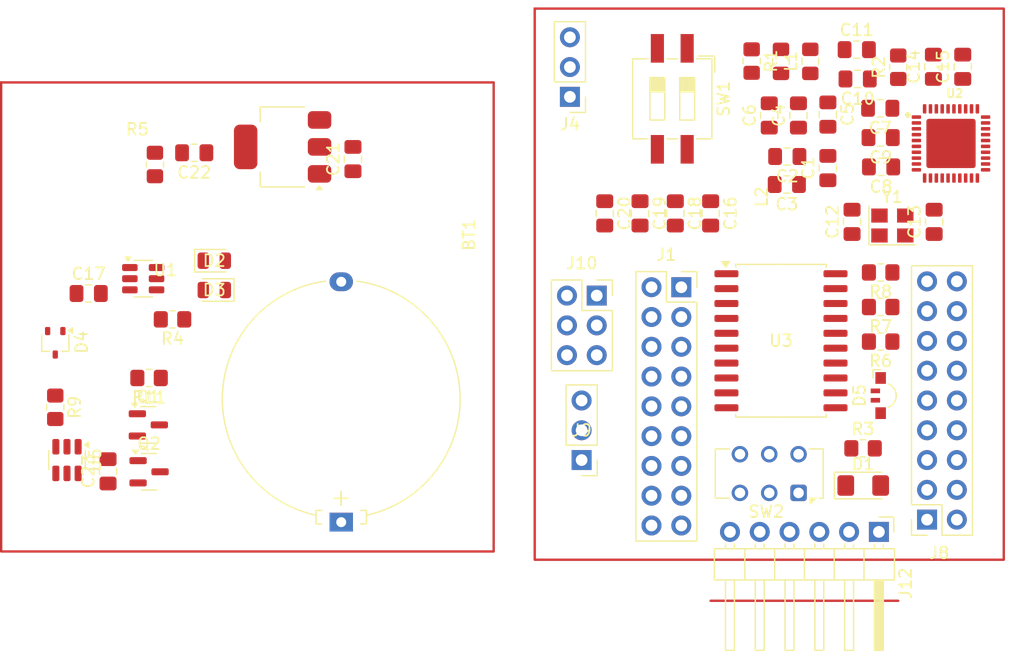
<source format=kicad_pcb>
(kicad_pcb (version 20240108) (generator "pcbnew") (generator_version "8.0")
  (layers (0 "F.Cu" signal) (31 "B.Cu" signal) (34 "B.Paste" user) (35 "F.Paste" user) (36 "B.SilkS" user "B.Silkscreen") (37 "F.SilkS" user "F.Silkscreen") (38 "B.Mask" user) (39 "F.Mask" user) (44 "Edge.Cuts" user))
  (net 0 "")
  (net 1 "GND")
  (net 2 "+BAT")
  (net 3 "Net-(C3-Pad2)")
  (net 4 "Net-(C4-Pad2)")
  (net 5 "/TVDD")
  (net 6 "/AVDD")
  (net 7 "/VMID")
  (net 8 "/RX")
  (net 9 "Net-(C11-Pad1)")
  (net 10 "/OSCIN")
  (net 11 "/OSCOUT")
  (net 12 "/DVDD")
  (net 13 "+3.3V")
  (net 14 "/V_REG")
  (net 15 "/PA0")
  (net 16 "Net-(D1-K)")
  (net 17 "Net-(D2-K)")
  (net 18 "Net-(D2-A)")
  (net 19 "Net-(D3-K)")
  (net 20 "Net-(D5-R)")
  (net 21 "Net-(D5-B)")
  (net 22 "Net-(D5-G)")
  (net 23 "/PB3")
  (net 24 "/PA5")
  (net 25 "/PA7")
  (net 26 "/PB2")
  (net 27 "/PA6")
  (net 28 "/PB4")
  (net 29 "/PA4")
  (net 30 "/M_SDA")
  (net 31 "/PB5")
  (net 32 "/PC3")
  (net 33 "/PA1")
  (net 34 "/PC0")
  (net 35 "/PA3")
  (net 36 "/M_SCL")
  (net 37 "/PC2")
  (net 38 "/PA2")
  (net 39 "/PC1")
  (net 40 "/V_USB")
  (net 42 "Net-(J12-Pin_3)")
  (net 44 "Net-(J12-Pin_2)")
  (net 45 "/TX1")
  (net 46 "/TX2")
  (net 47 "Net-(Q1-G)")
  (net 48 "Net-(Q2-G)")
  (net 49 "Net-(SW2B-C)")
  (net 50 "Net-(U4-PROG)")
  (net 51 "Net-(U6-VCC)")
  (net 61 "/RSTOUT_N")
  (net 63 "/AVSS")
  (net 67 "/DEBUG_TX")
  (net 69 "/IRQ")
  (net 71 "Net-(U6-CS)")
  (net 72 "Net-(J4-Pin_3)")
  (net 73 "Net-(J4-Pin_2)")
  (net 74 "Net-(J4-Pin_1)")
  (footprint "Resistor_SMD:R_0805_2012Metric_Pad1.20x1.40mm_HandSolder" (layer "F.Cu") (at 185 69.5 180)
    (property "Reference" "R8" (at 0 -1.65 360) (layer "F.SilkS"))
    (property "Value" "68")
    (pad "1" smd roundrect (at -1 0 180) (size 1.2 1.4) (layers "F.Cu" "F.Paste" "F.Mask") (roundrect_rratio 0.208333) (net 20 "Net-(D5-R)"))
    (pad "2" smd roundrect (at 1 0 180) (size 1.2 1.4) (layers "F.Cu" "F.Paste" "F.Mask") (roundrect_rratio 0.208333) (net 32 "/PC3"))
  )
  (footprint "Package_TO_SOT_SMD:SOT-223-3_TabPin2" (layer "F.Cu") (at 133.999878 58.795 180)
    (property "Reference" "U1" (at 10 -10.5 360) (layer "F.SilkS"))
    (property "Value" "LD1117S33TR")
    (pad "1" smd roundrect (at -3.15 -2.3 180) (size 2 1.5) (layers "F.Cu" "F.Paste" "F.Mask") (net 1 "GND"))
    (pad "2" smd roundrect (at -3.15 0 180) (size 2 1.5) (layers "F.Cu" "F.Paste" "F.Mask") (net 14 "/V_REG"))
    (pad "2" smd roundrect (at 3.15 0 180) (size 2 3.8) (layers "F.Cu" "F.Paste" "F.Mask") (net 14 "/V_REG"))
    (pad "3" smd roundrect (at -3.15 2.3 180) (size 2 1.5) (layers "F.Cu" "F.Paste" "F.Mask") (net 1 "GND"))
  )
  (footprint "Resistor_SMD:R_0805_2012Metric_Pad1.20x1.40mm_HandSolder" (layer "F.Cu") (at 185 72.45 180)
    (property "Reference" "R7" (at 0 -1.65 360) (layer "F.SilkS"))
    (property "Value" "10")
    (pad "1" smd roundrect (at -1 0 180) (size 1.2 1.4) (layers "F.Cu" "F.Paste" "F.Mask") (roundrect_rratio 0.208333) (net 22 "Net-(D5-G)"))
    (pad "2" smd roundrect (at 1 0 180) (size 1.2 1.4) (layers "F.Cu" "F.Paste" "F.Mask") (roundrect_rratio 0.208333) (net 37 "/PC2"))
  )
  (footprint "Inductor_SMD:L_0805_2012Metric_Pad1.15x1.40mm_HandSolder" (layer "F.Cu") (at 179 51.5 90)
    (property "Reference" "L1" (at 0 -1.65 90) (layer "F.SilkS"))
    (property "Value" "560nH")
    (pad "1" smd roundrect (at -1.025 0 90) (size 1.15 1.4) (layers "F.Cu" "F.Paste" "F.Mask") (roundrect_rratio 0.217391) (net 3 "Net-(C3-Pad2)"))
    (pad "2" smd roundrect (at 1.025 0 90) (size 1.15 1.4) (layers "F.Cu" "F.Paste" "F.Mask") (roundrect_rratio 0.217391) (net 45 "/TX1"))
  )
  (footprint "Capacitor_SMD:C_0805_2012Metric_Pad1.18x1.45mm_HandSolder" (layer "F.Cu") (at 183.0375 53 180)
    (property "Reference" "C10" (at 0 -1.68 360) (layer "F.SilkS"))
    (property "Value" ".1u")
    (pad "1" smd roundrect (at -1.0375 0 180) (size 1.175 1.45) (layers "F.Cu" "F.Paste" "F.Mask") (roundrect_rratio 0.212766) (net 7 "/VMID"))
    (pad "2" smd roundrect (at 1.0375 0 180) (size 1.175 1.45) (layers "F.Cu" "F.Paste" "F.Mask") (roundrect_rratio 0.212766) (net 1 "GND"))
  )
  (footprint "Capacitor_SMD:C_0805_2012Metric_Pad1.18x1.45mm_HandSolder" (layer "F.Cu") (at 117.462378 71.295)
    (property "Reference" "C17" (at 0 -1.68 360) (layer "F.SilkS"))
    (property "Value" "10 uF")
    (pad "1" smd roundrect (at -1.0375 0) (size 1.175 1.45) (layers "F.Cu" "F.Paste" "F.Mask") (roundrect_rratio 0.212766) (net 1 "GND"))
    (pad "2" smd roundrect (at 1.0375 0) (size 1.175 1.45) (layers "F.Cu" "F.Paste" "F.Mask") (roundrect_rratio 0.212766) (net 2 "+BAT"))
  )
  (footprint "Connector_PinSocket_2.54mm:PinSocket_2x03_P2.54mm_Vertical" (layer "F.Cu") (at 160.79 71.475)
    (property "Reference" "J10" (at -1.27 -2.77 360) (layer "F.SilkS"))
    (property "Value" "POWER")
    (pad "1" thru_hole rect (at 0 0) (size 1.7 1.7) (drill 1) (layers "*.Cu" "*.Mask") (net 1 "GND"))
    (pad "2" thru_hole oval (at -2.54 0) (size 1.7 1.7) (drill 1) (layers "*.Cu" "*.Mask") (net 1 "GND"))
    (pad "3" thru_hole oval (at 0 2.54) (size 1.7 1.7) (drill 1) (layers "*.Cu" "*.Mask") (net 1 "GND"))
    (pad "4" thru_hole oval (at -2.54 2.54) (size 1.7 1.7) (drill 1) (layers "*.Cu" "*.Mask") (net 1 "GND"))
    (pad "5" thru_hole oval (at 0 5.08) (size 1.7 1.7) (drill 1) (layers "*.Cu" "*.Mask") (net 13 "+3.3V"))
    (pad "6" thru_hole oval (at -2.54 5.08) (size 1.7 1.7) (drill 1) (layers "*.Cu" "*.Mask") (net 1 "GND"))
  )
  (footprint "Connector_PinHeader_2.54mm:PinHeader_1x06_P2.54mm_Horizontal" (layer "F.Cu") (at 184.85 91.625 -90)
    (property "Reference" "J12" (at 4.385 -2.27 90) (layer "F.SilkS"))
    (property "Value" "~")
    (pad "1" thru_hole rect (at 0 0 270) (size 1.7 1.7) (drill 1) (layers "*.Cu" "*.Mask"))
    (pad "2" thru_hole oval (at 0 2.54 270) (size 1.7 1.7) (drill 1) (layers "*.Cu" "*.Mask") (net 44 "Net-(J12-Pin_2)"))
    (pad "3" thru_hole oval (at 0 5.08 270) (size 1.7 1.7) (drill 1) (layers "*.Cu" "*.Mask") (net 42 "Net-(J12-Pin_3)"))
    (pad "4" thru_hole oval (at 0 7.62 270) (size 1.7 1.7) (drill 1) (layers "*.Cu" "*.Mask") (net 40 "/V_USB"))
    (pad "5" thru_hole oval (at 0 10.16 270) (size 1.7 1.7) (drill 1) (layers "*.Cu" "*.Mask"))
    (pad "6" thru_hole oval (at 0 12.7 270) (size 1.7 1.7) (drill 1) (layers "*.Cu" "*.Mask") (net 1 "GND"))
  )
  (footprint "Capacitor_SMD:C_0805_2012Metric_Pad1.18x1.45mm_HandSolder" (layer "F.Cu") (at 170.5 64.4625 -90)
    (property "Reference" "C16" (at 0 -1.68 90) (layer "F.SilkS"))
    (property "Value" "10nF")
    (pad "1" smd roundrect (at -1.0375 0 270) (size 1.175 1.45) (layers "F.Cu" "F.Paste" "F.Mask") (roundrect_rratio 0.212766) (net 1 "GND"))
    (pad "2" smd roundrect (at 1.0375 0 270) (size 1.175 1.45) (layers "F.Cu" "F.Paste" "F.Mask") (roundrect_rratio 0.212766) (net 1 "GND"))
  )
  (footprint "Capacitor_SMD:C_0805_2012Metric_Pad1.18x1.45mm_HandSolder" (layer "F.Cu") (at 119.1125 86.4625 90)
    (property "Reference" "C23" (at 0 -1.68 90) (layer "F.SilkS"))
    (property "Value" "0.1 uF")
    (pad "1" smd roundrect (at -1.0375 0 90) (size 1.175 1.45) (layers "F.Cu" "F.Paste" "F.Mask") (roundrect_rratio 0.212766) (net 1 "GND"))
    (pad "2" smd roundrect (at 1.0375 0 90) (size 1.175 1.45) (layers "F.Cu" "F.Paste" "F.Mask") (roundrect_rratio 0.212766) (net 51 "Net-(U6-VCC)"))
  )
  (footprint "Button_Switch_THT:SW_CK_JS202011CQN_DPDT_Straight" (layer "F.Cu") (at 178 88.3 180)
    (property "Reference" "SW2" (at 2.75 -1.6 360) (layer "F.SilkS"))
    (property "Value" "SW_DPDT_x2")
    (pad "1" thru_hole roundrect (at 0 0 180) (size 1.4 1.4) (drill 0.9) (layers "*.Cu" "*.Mask") (roundrect_rratio 0.1785714286) (net 26 "/PB2"))
    (pad "2" thru_hole circle (at 2.5 0 180) (size 1.4 1.4) (drill 0.9) (layers "*.Cu" "*.Mask") (net 44 "Net-(J12-Pin_2)"))
    (pad "3" thru_hole circle (at 5 0 180) (size 1.4 1.4) (drill 0.9) (layers "*.Cu" "*.Mask") (net 15 "/PA0"))
    (pad "4" thru_hole circle (at 5 3.3 180) (size 1.4 1.4) (drill 0.9) (layers "*.Cu" "*.Mask") (net 23 "/PB3"))
    (pad "5" thru_hole circle (at 2.5 3.3 180) (size 1.4 1.4) (drill 0.9) (layers "*.Cu" "*.Mask") (net 42 "Net-(J12-Pin_3)"))
    (pad "6" thru_hole circle (at 0 3.3 180) (size 1.4 1.4) (drill 0.9) (layers "*.Cu" "*.Mask") (net 49 "Net-(SW2B-C)"))
  )
  (footprint "Connector_PinSocket_2.54mm:PinSocket_2x09_P2.54mm_Vertical" (layer "F.Cu") (at 188.96 90.58 180)
    (property "Reference" "J8" (at -1.04 -2.84 0) (layer "F.SilkS"))
    (property "Value" "ATTINY3226" (hide yes))
    (pad "1" thru_hole rect (at 0 0 180) (size 1.7 1.7) (drill 1) (layers "*.Cu" "*.Mask") (net 36 "/M_SCL"))
    (pad "2" thru_hole oval (at -2.54 0 180) (size 1.7 1.7) (drill 1) (layers "*.Cu" "*.Mask") (net 36 "/M_SCL"))
    (pad "3" thru_hole oval (at 0 2.54 180) (size 1.7 1.7) (drill 1) (layers "*.Cu" "*.Mask") (net 34 "/PC0"))
    (pad "4" thru_hole oval (at -2.54 2.54 180) (size 1.7 1.7) (drill 1) (layers "*.Cu" "*.Mask") (net 34 "/PC0"))
    (pad "5" thru_hole oval (at 0 5.08 180) (size 1.7 1.7) (drill 1) (layers "*.Cu" "*.Mask") (net 39 "/PC1"))
    (pad "6" thru_hole oval (at -2.54 5.08 180) (size 1.7 1.7) (drill 1) (layers "*.Cu" "*.Mask") (net 39 "/PC1"))
    (pad "7" thru_hole oval (at 0 7.62 180) (size 1.7 1.7) (drill 1) (layers "*.Cu" "*.Mask") (net 37 "/PC2"))
    (pad "8" thru_hole oval (at -2.54 7.62 180) (size 1.7 1.7) (drill 1) (layers "*.Cu" "*.Mask") (net 37 "/PC2"))
    (pad "9" thru_hole oval (at 0 10.16 180) (size 1.7 1.7) (drill 1) (layers "*.Cu" "*.Mask") (net 32 "/PC3"))
    (pad "10" thru_hole oval (at -2.54 10.16 180) (size 1.7 1.7) (drill 1) (layers "*.Cu" "*.Mask") (net 32 "/PC3"))
    (pad "11" thru_hole oval (at 0 12.7 180) (size 1.7 1.7) (drill 1) (layers "*.Cu" "*.Mask") (net 15 "/PA0"))
    (pad "12" thru_hole oval (at -2.54 12.7 180) (size 1.7 1.7) (drill 1) (layers "*.Cu" "*.Mask") (net 15 "/PA0"))
    (pad "13" thru_hole oval (at 0 15.24 180) (size 1.7 1.7) (drill 1) (layers "*.Cu" "*.Mask") (net 33 "/PA1"))
    (pad "14" thru_hole oval (at -2.54 15.24 180) (size 1.7 1.7) (drill 1) (layers "*.Cu" "*.Mask") (net 33 "/PA1"))
    (pad "15" thru_hole oval (at 0 17.78 180) (size 1.7 1.7) (drill 1) (layers "*.Cu" "*.Mask") (net 38 "/PA2"))
    (pad "16" thru_hole oval (at -2.54 17.78 180) (size 1.7 1.7) (drill 1) (layers "*.Cu" "*.Mask") (net 38 "/PA2"))
    (pad "17" thru_hole oval (at 0 20.32 180) (size 1.7 1.7) (drill 1) (layers "*.Cu" "*.Mask") (net 35 "/PA3"))
    (pad "18" thru_hole oval (at -2.54 20.32 180) (size 1.7 1.7) (drill 1) (layers "*.Cu" "*.Mask") (net 35 "/PA3"))
  )
  (footprint "Capacitor_SMD:C_0805_2012Metric_Pad1.18x1.45mm_HandSolder" (layer "F.Cu") (at 185 58 180)
    (property "Reference" "C9" (at 0 -1.68 360) (layer "F.SilkS"))
    (property "Value" "4.7u")
    (pad "1" smd roundrect (at -1.0375 0 180) (size 1.175 1.45) (layers "F.Cu" "F.Paste" "F.Mask") (roundrect_rratio 0.212766) (net 5 "/TVDD"))
    (pad "2" smd roundrect (at 1.0375 0 180) (size 1.175 1.45) (layers "F.Cu" "F.Paste" "F.Mask") (roundrect_rratio 0.212766) (net 1 "GND"))
  )
  (footprint "LED_SMD:LED_0805_2012Metric" (layer "F.Cu") (at 128.175 68.5)
    (property "Reference" "D2" (at 0 0 360) (layer "F.SilkS"))
    (property "Value" "LED")
    (pad "1" smd roundrect (at -0.9375 0) (size 0.975 1.4) (layers "F.Cu" "F.Paste" "F.Mask") (net 17 "Net-(D2-K)"))
    (pad "2" smd roundrect (at 0.9375 0) (size 0.975 1.4) (layers "F.Cu" "F.Paste" "F.Mask") (net 18 "Net-(D2-A)"))
  )
  (footprint "Capacitor_SMD:C_0805_2012Metric_Pad1.18x1.45mm_HandSolder" (layer "F.Cu") (at 161.47 64.4625 -90)
    (property "Reference" "C20" (at 0 -1.68 90) (layer "F.SilkS"))
    (property "Value" "100nF")
    (pad "1" smd roundrect (at -1.0375 0 270) (size 1.175 1.45) (layers "F.Cu" "F.Paste" "F.Mask") (roundrect_rratio 0.212766) (net 13 "+3.3V"))
    (pad "2" smd roundrect (at 1.0375 0 270) (size 1.175 1.45) (layers "F.Cu" "F.Paste" "F.Mask") (roundrect_rratio 0.212766) (net 1 "GND"))
  )
  (footprint "Package_TO_SOT_SMD:SOT-23-6" (layer "F.Cu") (at 115.6125 85.5 -90)
    (property "Reference" "U6" (at 0 -2.4 90) (layer "F.SilkS"))
    (property "Value" "DW01A")
    (pad "1" smd roundrect (at -1.1375 -0.95 270) (size 1.325 0.6) (layers "F.Cu" "F.Paste" "F.Mask") (net 47 "Net-(Q1-G)"))
    (pad "2" smd roundrect (at -1.1375 0 270) (size 1.325 0.6) (layers "F.Cu" "F.Paste" "F.Mask") (net 71 "Net-(U6-CS)"))
    (pad "3" smd roundrect (at -1.1375 0.95 270) (size 1.325 0.6) (layers "F.Cu" "F.Paste" "F.Mask") (net 48 "Net-(Q2-G)"))
    (pad "4" smd roundrect (at 1.1375 0.95 270) (size 1.325 0.6) (layers "F.Cu" "F.Paste" "F.Mask"))
    (pad "5" smd roundrect (at 1.1375 0 270) (size 1.325 0.6) (layers "F.Cu" "F.Paste" "F.Mask") (net 51 "Net-(U6-VCC)"))
    (pad "6" smd roundrect (at 1.1375 -0.95 270) (size 1.325 0.6) (layers "F.Cu" "F.Paste" "F.Mask") (net 1 "GND"))
  )
  (footprint "Package_TO_SOT_SMD:SOT-323_SC-70" (layer "F.Cu") (at 114.6125 75.5 -90)
    (property "Reference" "D4" (at -0.05 -2.25 90) (layer "F.SilkS"))
    (property "Value" "BAT54CW")
    (pad "1" smd roundrect (at -1 -0.65 180) (size 0.45 0.7) (layers "F.Cu" "F.Paste" "F.Mask") (net 2 "+BAT"))
    (pad "2" smd roundrect (at -1 0.65 180) (size 0.45 0.7) (layers "F.Cu" "F.Paste" "F.Mask") (net 14 "/V_REG"))
    (pad "3" smd roundrect (at 1 0 180) (size 0.45 0.7) (layers "F.Cu" "F.Paste" "F.Mask") (net 1 "GND"))
  )
  (footprint "Button_Switch_SMD:SW_DIP_SPSTx02_Slide_6.7x6.64mm_W8.61mm_P2.54mm_LowProfile" (layer "F.Cu") (at 167.23 54.695 -90)
    (property "Reference" "SW1" (at 0 -4.38 90) (layer "F.SilkS"))
    (property "Value" "SW_DIP_x02" (hide yes))
    (pad "1" smd rect (at -4.305 -1.27 270) (size 2.44 1.12) (layers "F.Cu" "F.Paste" "F.Mask") (net 12 "/DVDD"))
    (pad "2" smd rect (at -4.305 1.27 270) (size 2.44 1.12) (layers "F.Cu" "F.Paste" "F.Mask") (net 12 "/DVDD"))
    (pad "3" smd rect (at 4.305 1.27 270) (size 2.44 1.12) (layers "F.Cu" "F.Paste" "F.Mask") (net 1 "GND"))
    (pad "4" smd rect (at 4.305 -1.27 270) (size 2.44 1.12) (layers "F.Cu" "F.Paste" "F.Mask") (net 1 "GND"))
  )
  (footprint "Connector_PinHeader_2.54mm:PinHeader_1x03_P2.54mm_Vertical" (layer "F.Cu") (at 158.5 54.525 180)
    (property "Reference" "J4" (at 0 -2.33 360) (layer "F.SilkS"))
    (property "Value" "Conn_01x03")
    (pad "1" thru_hole rect (at 0 0 180) (size 1.7 1.7) (drill 1) (layers "*.Cu" "*.Mask") (net 74 "Net-(J4-Pin_1)"))
    (pad "2" thru_hole oval (at 0 2.54 180) (size 1.7 1.7) (drill 1) (layers "*.Cu" "*.Mask") (net 73 "Net-(J4-Pin_2)"))
    (pad "3" thru_hole oval (at 0 5.08 180) (size 1.7 1.7) (drill 1) (layers "*.Cu" "*.Mask") (net 72 "Net-(J4-Pin_3)"))
  )
  (footprint "Capacitor_SMD:C_0805_2012Metric_Pad1.18x1.45mm_HandSolder" (layer "F.Cu") (at 184.9625 55.5 180)
    (property "Reference" "C7" (at 0 -1.68 360) (layer "F.SilkS"))
    (property "Value" ".1u" (hide yes))
    (pad "1" smd roundrect (at -1.0375 0 180) (size 1.175 1.45) (layers "F.Cu" "F.Paste" "F.Mask") (roundrect_rratio 0.212766) (net 5 "/TVDD"))
    (pad "2" smd roundrect (at 1.0375 0 180) (size 1.175 1.45) (layers "F.Cu" "F.Paste" "F.Mask") (roundrect_rratio 0.212766) (net 1 "GND"))
  )
  (footprint "Connector_PinHeader_2.54mm:PinHeader_1x03_P2.54mm_Vertical" (layer "F.Cu") (at 159.5 85.5 180)
    (property "Reference" "J9" (at 0 2.525 360) (layer "F.SilkS"))
    (property "Value" "POWER_JUMPER")
    (pad "1" thru_hole rect (at 0 0 180) (size 1.7 1.7) (drill 1) (layers "*.Cu" "*.Mask") (net 40 "/V_USB"))
    (pad "2" thru_hole oval (at 0 2.54 180) (size 1.7 1.7) (drill 1) (layers "*.Cu" "*.Mask") (net 13 "+3.3V"))
    (pad "3" thru_hole oval (at 0 5.08 180) (size 1.7 1.7) (drill 1) (layers "*.Cu" "*.Mask") (net 14 "/V_REG"))
  )
  (footprint "Battery:Battery_Panasonic_CR2032-HFN_Horizontal_CircularHoles" (layer "F.Cu") (at 138.999878 90.795 90)
    (property "Reference" "BT1" (at 24.5 10.9 90) (layer "F.SilkS"))
    (property "Value" "Battery")
    (fp_text user "+" (at 2.032 -0.127 90) (layer "F.SilkS") (effects (font (size 1.5 1.5))))
    (pad "1" thru_hole rect (at 0 0 90) (size 1.6 2) (drill 0.85) (layers "*.Cu" "*.Mask") (net 2 "+BAT"))
    (pad "2" thru_hole oval (at 20.5 0 90) (size 1.6 2) (drill 0.85) (layers "*.Cu" "*.Mask") (net 1 "GND"))
  )
  (footprint "Crystal:Crystal_SMD_3225-4Pin_3.2x2.5mm" (layer "F.Cu") (at 186 65.5)
    (property "Reference" "Y1" (at 0 -2.45 360) (layer "F.SilkS"))
    (property "Value" "27.12 MHz")
    (pad "1" smd rect (at -1.1 0.85) (size 1.4 1.2) (layers "F.Cu" "F.Paste" "F.Mask") (net 10 "/OSCIN"))
    (pad "2" smd rect (at 1.1 0.85) (size 1.4 1.2) (layers "F.Cu" "F.Paste" "F.Mask") (net 11 "/OSCOUT"))
    (pad "3" smd rect (at 1.1 -0.85) (size 1.4 1.2) (layers "F.Cu" "F.Paste" "F.Mask"))
    (pad "4" smd rect (at -1.1 -0.85) (size 1.4 1.2) (layers "F.Cu" "F.Paste" "F.Mask"))
  )
  (footprint "LED_SMD:LED_Kingbright_APFA3010_3x1.5mm_Horizontal" (layer "F.Cu") (at 185 80 -90)
    (property "Reference" "D5" (at 0 1.8 90) (layer "F.SilkS"))
    (property "Value" "APFA3010")
    (pad "1" smd rect (at -1.5 0 270) (size 1 0.9) (layers "F.Cu" "F.Paste" "F.Mask") (net 20 "Net-(D5-R)"))
    (pad "2" smd rect (at 1.5 0 270) (size 1 0.9) (layers "F.Cu" "F.Paste" "F.Mask") (net 1 "GND"))
    (pad "3" smd rect (at 0.4 0.45 270) (size 0.4 0.8) (layers "F.Cu" "F.Paste" "F.Mask") (net 22 "Net-(D5-G)"))
    (pad "4" smd rect (at -0.4 0.45 270) (size 0.4 0.8) (layers "F.Cu" "F.Paste" "F.Mask") (net 21 "Net-(D5-B)"))
  )
  (footprint "Resistor_SMD:R_0805_2012Metric_Pad1.20x1.40mm_HandSolder" (layer "F.Cu") (at 123.1125 60.295 -90)
    (property "Reference" "R5" (at -3 1.5 180) (layer "F.SilkS"))
    (property "Value" "3.9k")
    (pad "1" smd roundrect (at -1 0 270) (size 1.2 1.4) (layers "F.Cu" "F.Paste" "F.Mask") (roundrect_rratio 0.208333) (net 1 "GND"))
    (pad "2" smd roundrect (at 1 0 270) (size 1.2 1.4) (layers "F.Cu" "F.Paste" "F.Mask") (roundrect_rratio 0.208333) (net 50 "Net-(U4-PROG)"))
  )
  (footprint "Capacitor_SMD:C_0805_2012Metric_Pad1.18x1.45mm_HandSolder" (layer "F.Cu") (at 180.5 56.0375 -90)
    (property "Reference" "C5" (at 0 -1.68 90) (layer "F.SilkS"))
    (property "Value" "220p")
    (pad "1" smd roundrect (at -1.0375 0 270) (size 1.175 1.45) (layers "F.Cu" "F.Paste" "F.Mask") (roundrect_rratio 0.212766) (net 3 "Net-(C3-Pad2)"))
    (pad "2" smd roundrect (at 1.0375 0 270) (size 1.175 1.45) (layers "F.Cu" "F.Paste" "F.Mask") (roundrect_rratio 0.212766) (net 73 "Net-(J4-Pin_2)"))
  )
  (footprint "Capacitor_SMD:C_0805_2012Metric_Pad1.18x1.45mm_HandSolder" (layer "F.Cu") (at 185.0375 60.5 180)
    (property "Reference" "C8" (at 0 -1.68 360) (layer "F.SilkS"))
    (property "Value" "100 nF")
    (pad "1" smd roundrect (at -1.0375 0 180) (size 1.175 1.45) (layers "F.Cu" "F.Paste" "F.Mask") (roundrect_rratio 0.212766) (net 6 "/AVDD"))
    (pad "2" smd roundrect (at 1.0375 0 180) (size 1.175 1.45) (layers "F.Cu" "F.Paste" "F.Mask") (roundrect_rratio 0.212766) (net 1 "GND"))
  )
  (footprint "Package_TO_SOT_SMD:SOT-23" (layer "F.Cu") (at 122.55 82.5)
    (property "Reference" "Q1" (at 0 -2.4 360) (layer "F.SilkS"))
    (property "Value" "IRLML6402")
    (pad "1" smd roundrect (at -0.9375 -0.95) (size 1.475 0.6) (layers "F.Cu" "F.Paste" "F.Mask") (net 47 "Net-(Q1-G)"))
    (pad "2" smd roundrect (at -0.9375 0.95) (size 1.475 0.6) (layers "F.Cu" "F.Paste" "F.Mask") (net 1 "GND"))
    (pad "3" smd roundrect (at 0.9375 0) (size 1.475 0.6) (layers "F.Cu" "F.Paste" "F.Mask") (net 2 "+BAT"))
  )
  (footprint "Package_TO_SOT_SMD:TSOT-23-6" (layer "F.Cu") (at 122.1125 70.0325)
    (property "Reference" "U4" (hide yes))
    (property "Value" "TP4057")
    (pad "1" smd roundrect (at -1.1375 -0.95) (size 1.325 0.6) (layers "F.Cu" "F.Paste" "F.Mask") (net 17 "Net-(D2-K)"))
    (pad "2" smd roundrect (at -1.1375 0) (size 1.325 0.6) (layers "F.Cu" "F.Paste" "F.Mask") (net 1 "GND"))
    (pad "3" smd roundrect (at -1.1375 0.95) (size 1.325 0.6) (layers "F.Cu" "F.Paste" "F.Mask") (net 2 "+BAT"))
    (pad "4" smd roundrect (at 1.1375 0.95) (size 1.325 0.6) (layers "F.Cu" "F.Paste" "F.Mask") (net 40 "/V_USB"))
    (pad "5" smd roundrect (at 1.1375 0) (size 1.325 0.6) (layers "F.Cu" "F.Paste" "F.Mask") (net 19 "Net-(D3-K)"))
    (pad "6" smd roundrect (at 1.1375 -0.95) (size 1.325 0.6) (layers "F.Cu" "F.Paste" "F.Mask") (net 50 "Net-(U4-PROG)"))
  )
  (footprint "Capacitor_SMD:C_0805_2012Metric_Pad1.18x1.45mm_HandSolder" (layer "F.Cu") (at 177 62 180)
    (property "Reference" "C3" (at 0 -1.68 360) (layer "F.SilkS"))
    (property "Value" "22p")
    (pad "1" smd roundrect (at -1.0375 0 180) (size 1.175 1.45) (layers "F.Cu" "F.Paste" "F.Mask") (roundrect_rratio 0.212766) (net 72 "Net-(J4-Pin_3)"))
    (pad "2" smd roundrect (at 1.0375 0 180) (size 1.175 1.45) (layers "F.Cu" "F.Paste" "F.Mask") (roundrect_rratio 0.212766) (net 3 "Net-(C3-Pad2)"))
  )
  (footprint "Capacitor_SMD:C_0805_2012Metric_Pad1.18x1.45mm_HandSolder" (layer "F.Cu") (at 177.0375 59.6125 180)
    (property "Reference" "C2" (at 0 -1.68 360) (layer "F.SilkS"))
    (property "Value" "200p")
    (pad "1" smd roundrect (at -1.0375 0 180) (size 1.175 1.45) (layers "F.Cu" "F.Paste" "F.Mask") (roundrect_rratio 0.212766) (net 73 "Net-(J4-Pin_2)"))
    (pad "2" smd roundrect (at 1.0375 0 180) (size 1.175 1.45) (layers "F.Cu" "F.Paste" "F.Mask") (roundrect_rratio 0.212766) (net 74 "Net-(J4-Pin_1)"))
  )
  (footprint "LED_SMD:LED_0805_2012Metric" (layer "F.Cu") (at 128.175 71 180)
    (property "Reference" "D3" (at 0 0 360) (layer "F.SilkS"))
    (property "Value" "LED")
    (pad "1" smd roundrect (at -0.9375 0 180) (size 0.975 1.4) (layers "F.Cu" "F.Paste" "F.Mask") (net 19 "Net-(D3-K)"))
    (pad "2" smd roundrect (at 0.9375 0 180) (size 0.975 1.4) (layers "F.Cu" "F.Paste" "F.Mask") (net 18 "Net-(D2-A)"))
  )
  (footprint "Resistor_SMD:R_0805_2012Metric_Pad1.20x1.40mm_HandSolder" (layer "F.Cu") (at 174 51.475 -90)
    (property "Reference" "R1" (at 0 -1.65 90) (layer "F.SilkS"))
    (property "Value" "1.6K")
    (pad "1" smd roundrect (at -1 0 270) (size 1.2 1.4) (layers "F.Cu" "F.Paste" "F.Mask") (roundrect_rratio 0.208333) (net 4 "Net-(C4-Pad2)"))
    (pad "2" smd roundrect (at 1 0 270) (size 1.2 1.4) (layers "F.Cu" "F.Paste" "F.Mask") (roundrect_rratio 0.208333) (net 9 "Net-(C11-Pad1)"))
  )
  (footprint "Package_TO_SOT_SMD:SOT-23" (layer "F.Cu") (at 122.6125 86.5)
    (property "Reference" "Q2" (at 0 -2.4 360) (layer "F.SilkS"))
    (property "Value" "IRLML6402")
    (pad "1" smd roundrect (at -0.9375 -0.95) (size 1.475 0.6) (layers "F.Cu" "F.Paste" "F.Mask") (net 48 "Net-(Q2-G)"))
    (pad "2" smd roundrect (at -0.9375 0.95) (size 1.475 0.6) (layers "F.Cu" "F.Paste" "F.Mask") (net 1 "GND"))
    (pad "3" smd roundrect (at 0.9375 0) (size 1.475 0.6) (layers "F.Cu" "F.Paste" "F.Mask") (net 1 "GND"))
  )
  (footprint "Resistor_SMD:R_0805_2012Metric_Pad1.20x1.40mm_HandSolder" (layer "F.Cu") (at 124.6125 73.5 180)
    (property "Reference" "R4" (at 0 -1.65 360) (layer "F.SilkS"))
    (property "Value" "1k")
    (pad "1" smd roundrect (at -1 0 180) (size 1.2 1.4) (layers "F.Cu" "F.Paste" "F.Mask") (roundrect_rratio 0.208333) (net 18 "Net-(D2-A)"))
    (pad "2" smd roundrect (at 1 0 180) (size 1.2 1.4) (layers "F.Cu" "F.Paste" "F.Mask") (roundrect_rratio 0.208333) (net 40 "/V_USB"))
  )
  (footprint "Package_SO:SOIC-20W_7.5x12.8mm_P1.27mm" (layer "F.Cu") (at 176.5 75.325)
    (property "Reference" "U3" (at 0 0 180) (layer "F.SilkS"))
    (property "Value" "ATtiny3226-S")
    (pad "1" smd roundrect (at -4.65 -5.715) (size 2.05 0.6) (layers "F.Cu" "F.Paste" "F.Mask") (net 1 "GND"))
    (pad "2" smd roundrect (at -4.65 -4.445) (size 2.05 0.6) (layers "F.Cu" "F.Paste" "F.Mask") (net 29 "/PA4"))
    (pad "3" smd roundrect (at -4.65 -3.175) (size 2.05 0.6) (layers "F.Cu" "F.Paste" "F.Mask") (net 24 "/PA5"))
    (pad "4" smd roundrect (at -4.65 -1.905) (size 2.05 0.6) (layers "F.Cu" "F.Paste" "F.Mask") (net 27 "/PA6"))
    (pad "5" smd roundrect (at -4.65 -0.635) (size 2.05 0.6) (layers "F.Cu" "F.Paste" "F.Mask") (net 25 "/PA7"))
    (pad "6" smd roundrect (at -4.65 0.635) (size 2.05 0.6) (layers "F.Cu" "F.Paste" "F.Mask") (net 31 "/PB5"))
    (pad "7" smd roundrect (at -4.65 1.905) (size 2.05 0.6) (layers "F.Cu" "F.Paste" "F.Mask") (net 28 "/PB4"))
    (pad "8" smd roundrect (at -4.65 3.175) (size 2.05 0.6) (layers "F.Cu" "F.Paste" "F.Mask") (net 23 "/PB3"))
    (pad "9" smd roundrect (at -4.65 4.445) (size 2.05 0.6) (layers "F.Cu" "F.Paste" "F.Mask") (net 26 "/PB2"))
    (pad "10" smd roundrect (at -4.65 5.715) (size 2.05 0.6) (layers "F.Cu" "F.Paste" "F.Mask") (net 30 "/M_SDA"))
    (pad "11" smd roundrect (at 4.65 5.715) (size 2.05 0.6) (layers "F.Cu" "F.Paste" "F.Mask") (net 36 "/M_SCL"))
    (pad "12" smd roundrect (at 4.65 4.445) (size 2.05 0.6) (layers "F.Cu" "F.Paste" "F.Mask") (net 34 "/PC0"))
    (pad "13" smd roundrect (at 4.65 3.175) (size 2.05 0.6) (layers "F.Cu" "F.Paste" "F.Mask") (net 39 "/PC1"))
    (pad "14" smd roundrect (at 4.65 1.905) (size 2.05 0.6) (layers "F.Cu" "F.Paste" "F.Mask") (net 37 "/PC2"))
    (pad "15" smd roundrect (at 4.65 0.635) (size 2.05 0.6) (layers "F.Cu" "F.Paste" "F.Mask") (net 32 "/PC3"))
    (pad "16" smd roundrect (at 4.65 -0.635) (size 2.05 0.6) (layers "F.Cu" "F.Paste" "F.Mask") (net 15 "/PA0"))
    (pad "17" smd roundrect (at 4.65 -1.905) (size 2.05 0.6) (layers "F.Cu" "F.Paste" "F.Mask") (net 33 "/PA1"))
    (pad "18" smd roundrect (at 4.65 -3.175) (size 2.05 0.6) (layers "F.Cu" "F.Paste" "F.Mask") (net 38 "/PA2"))
    (pad "19" smd roundrect (at 4.65 -4.445) (size 2.05 0.6) (layers "F.Cu" "F.Paste" "F.Mask") (net 35 "/PA3"))
    (pad "20" smd roundrect (at 4.65 -5.715) (size 2.05 0.6) (layers "F.Cu" "F.Paste" "F.Mask") (net 1 "GND"))
  )
  (footprint "Diode_SMD:D_1206_3216Metric_Pad1.42x1.75mm_HandSolder" (layer "F.Cu") (at 183.5125 87.67)
    (property "Reference" "D1" (at 0 -1.82 360) (layer "F.SilkS"))
    (property "Value" "BZS55C5V1")
    (pad "1" smd roundrect (at -1.4875 0) (size 1.425 1.75) (layers "F.Cu" "F.Paste" "F.Mask") (roundrect_rratio 0.175439) (net 16 "Net-(D1-K)"))
    (pad "2" smd roundrect (at 1.4875 0) (size 1.425 1.75) (layers "F.Cu" "F.Paste" "F.Mask") (roundrect_rratio 0.175439) (net 15 "/PA0"))
  )
  (footprint "Resistor_SMD:R_0805_2012Metric_Pad1.20x1.40mm_HandSolder" (layer "F.Cu") (at 186.5 52 90)
    (property "Reference" "R2" (at 0 -1.65 90) (layer "F.SilkS"))
    (property "Value" "1K")
    (pad "1" smd roundrect (at -1 0 90) (size 1.2 1.4) (layers "F.Cu" "F.Paste" "F.Mask") (roundrect_rratio 0.208333) (net 7 "/VMID"))
    (pad "2" smd roundrect (at 1 0 90) (size 1.2 1.4) (layers "F.Cu" "F.Paste" "F.Mask") (roundrect_rratio 0.208333) (net 8 "/RX"))
  )
  (footprint "Inductor_SMD:L_0805_2012Metric_Pad1.15x1.40mm_HandSolder" (layer "F.Cu") (at 176.5 51.5 90)
    (property "Reference" "L2" (at -11.55 -1.65 90) (layer "F.SilkS"))
    (property "Value" "560nH")
    (pad "1" smd roundrect (at -1.025 0 90) (size 1.15 1.4) (layers "F.Cu" "F.Paste" "F.Mask") (roundrect_rratio 0.217391) (net 4 "Net-(C4-Pad2)"))
    (pad "2" smd roundrect (at 1.025 0 90) (size 1.15 1.4) (layers "F.Cu" "F.Paste" "F.Mask") (roundrect_rratio 0.217391) (net 46 "/TX2"))
  )
  (footprint "Capacitor_SMD:C_0805_2012Metric_Pad1.18x1.45mm_HandSolder" (layer "F.Cu") (at 139.999878 59.8325 90)
    (property "Reference" "C21" (at 0 -1.68 90) (layer "F.SilkS"))
    (property "Value" "100nF")
    (pad "1" smd roundrect (at -1.0375 0 90) (size 1.175 1.45) (layers "F.Cu" "F.Paste" "F.Mask") (roundrect_rratio 0.212766) (net 1 "GND"))
    (pad "2" smd roundrect (at 1.0375 0 90) (size 1.175 1.45) (layers "F.Cu" "F.Paste" "F.Mask") (roundrect_rratio 0.212766) (net 1 "GND"))
  )
  (footprint "Capacitor_SMD:C_0805_2012Metric_Pad1.18x1.45mm_HandSolder" (layer "F.Cu") (at 175.5 56.1125 90)
    (property "Reference" "C6" (at 0 -1.68 90) (layer "F.SilkS"))
    (property "Value" "220p")
    (pad "1" smd roundrect (at -1.0375 0 90) (size 1.175 1.45) (layers "F.Cu" "F.Paste" "F.Mask") (roundrect_rratio 0.212766) (net 73 "Net-(J4-Pin_2)"))
    (pad "2" smd roundrect (at 1.0375 0 90) (size 1.175 1.45) (layers "F.Cu" "F.Paste" "F.Mask") (roundrect_rratio 0.212766) (net 4 "Net-(C4-Pad2)"))
  )
  (footprint "Capacitor_SMD:C_0805_2012Metric_Pad1.18x1.45mm_HandSolder" (layer "F.Cu") (at 182.5625 65.1875 90)
    (property "Reference" "C12" (at 0 -1.68 90) (layer "F.SilkS"))
    (property "Value" "22pF")
    (pad "1" smd roundrect (at -1.0375 0 90) (size 1.175 1.45) (layers "F.Cu" "F.Paste" "F.Mask") (roundrect_rratio 0.212766) (net 10 "/OSCIN"))
    (pad "2" smd roundrect (at 1.0375 0 90) (size 1.175 1.45) (layers "F.Cu" "F.Paste" "F.Mask") (roundrect_rratio 0.212766) (net 1 "GND"))
  )
  (footprint "Capacitor_SMD:C_0805_2012Metric_Pad1.18x1.45mm_HandSolder" (layer "F.Cu") (at 126.462378 59.295 180)
    (property "Reference" "C22" (at 0 -1.68 360) (layer "F.SilkS"))
    (property "Value" "10uF")
    (pad "1" smd roundrect (at -1.0375 0 180) (size 1.175 1.45) (layers "F.Cu" "F.Paste" "F.Mask") (roundrect_rratio 0.212766) (net 14 "/V_REG"))
    (pad "2" smd roundrect (at 1.0375 0 180) (size 1.175 1.45) (layers "F.Cu" "F.Paste" "F.Mask") (roundrect_rratio 0.212766) (net 1 "GND"))
  )
  (footprint "Capacitor_SMD:C_0805_2012Metric_Pad1.18x1.45mm_HandSolder" (layer "F.Cu") (at 167.49 64.4625 -90)
    (property "Reference" "C18" (at 0 -1.68 90) (layer "F.SilkS"))
    (property "Value" "100nF")
    (pad "1" smd roundrect (at -1.0375 0 270) (size 1.175 1.45) (layers "F.Cu" "F.Paste" "F.Mask") (roundrect_rratio 0.212766) (net 1 "GND"))
    (pad "2" smd roundrect (at 1.0375 0 270) (size 1.175 1.45) (layers "F.Cu" "F.Paste" "F.Mask") (roundrect_rratio 0.212766) (net 1 "GND"))
  )
  (footprint "PN532:QFN40G-0.5-6X6MM" (layer "F.Cu") (at 191 58.5)
    (property "Reference" "U2" (at 0.318118 -4.262798 360) (layer "F.SilkS") (effects (font (size 0.701366 0.701366))))
    (property "Value" "PN5321A3HN/C106_55")
    (pad "1" smd roundrect (at -2.95 -2.25) (size 0.8 0.3) (layers "F.Cu" "F.Paste" "F.Mask") (net 1 "GND"))
    (pad "2" smd roundrect (at -2.95 -1.75) (size 0.8 0.3) (layers "F.Cu" "F.Paste" "F.Mask"))
    (pad "3" smd roundrect (at -2.95 -1.25) (size 0.8 0.3) (layers "F.Cu" "F.Paste" "F.Mask") (net 1 "GND"))
    (pad "4" smd roundrect (at -2.95 -0.75) (size 0.8 0.3) (layers "F.Cu" "F.Paste" "F.Mask") (net 45 "/TX1"))
    (pad "5" smd roundrect (at -2.95 -0.25) (size 0.8 0.3) (layers "F.Cu" "F.Paste" "F.Mask") (net 5 "/TVDD"))
    (pad "6" smd roundrect (at -2.95 0.25) (size 0.8 0.3) (layers "F.Cu" "F.Paste" "F.Mask") (net 46 "/TX2"))
    (pad "7" smd roundrect (at -2.95 0.75) (size 0.8 0.3) (layers "F.Cu" "F.Paste" "F.Mask") (net 1 "GND"))
    (pad "8" smd roundrect (at -2.95 1.25) (size 0.8 0.3) (layers "F.Cu" "F.Paste" "F.Mask") (net 6 "/AVDD"))
    (pad "9" smd roundrect (at -2.95 1.75) (size 0.8 0.3) (layers "F.Cu" "F.Paste" "F.Mask") (net 7 "/VMID"))
    (pad "10" smd roundrect (at -2.95 2.25) (size 0.8 0.3) (layers "F.Cu" "F.Paste" "F.Mask") (net 8 "/RX"))
    (pad "11" smd roundrect (at -2.25 2.95) (size 0.3 0.8) (layers "F.Cu" "F.Paste" "F.Mask") (net 63 "/AVSS"))
    (pad "12" smd roundrect (at -1.75 2.95) (size 0.3 0.8) (layers "F.Cu" "F.Paste" "F.Mask"))
    (pad "13" smd roundrect (at -1.25 2.95) (size 0.3 0.8) (layers "F.Cu" "F.Paste" "F.Mask"))
    (pad "14" smd roundrect (at -0.75 2.95) (size 0.3 0.8) (layers "F.Cu" "F.Paste" "F.Mask") (net 10 "/OSCIN"))
    (pad "15" smd roundrect (at -0.25 2.95) (size 0.3 0.8) (layers "F.Cu" "F.Paste" "F.Mask") (net 11 "/OSCOUT"))
    (pad "16" smd roundrect (at 0.25 2.95) (size 0.3 0.8) (layers "F.Cu" "F.Paste" "F.Mask") (net 1 "GND"))
    (pad "17" smd roundrect (at 0.75 2.95) (size 0.3 0.8) (layers "F.Cu" "F.Paste" "F.Mask") (net 1 "GND"))
    (pad "18" smd roundrect (at 1.25 2.95) (size 0.3 0.8) (layers "F.Cu" "F.Paste" "F.Mask") (net 1 "GND"))
    (pad "19" smd roundrect (at 1.75 2.95) (size 0.3 0.8) (layers "F.Cu" "F.Paste" "F.Mask"))
    (pad "20" smd roundrect (at 2.25 2.95) (size 0.3 0.8) (layers "F.Cu" "F.Paste" "F.Mask"))
    (pad "21" smd roundrect (at 2.95 2.25) (size 0.8 0.3) (layers "F.Cu" "F.Paste" "F.Mask"))
    (pad "22" smd roundrect (at 2.95 1.75) (size 0.8 0.3) (layers "F.Cu" "F.Paste" "F.Mask"))
    (pad "23" smd roundrect (at 2.95 1.25) (size 0.8 0.3) (layers "F.Cu" "F.Paste" "F.Mask") (net 1 "GND"))
    (pad "24" smd roundrect (at 2.95 0.75) (size 0.8 0.3) (layers "F.Cu" "F.Paste" "F.Mask"))
    (pad "25" smd roundrect (at 2.95 0.25) (size 0.8 0.3) (layers "F.Cu" "F.Paste" "F.Mask") (net 69 "/IRQ"))
    (pad "26" smd roundrect (at 2.95 -0.25) (size 0.8 0.3) (layers "F.Cu" "F.Paste" "F.Mask") (net 61 "/RSTOUT_N"))
    (pad "27" smd roundrect (at 2.95 -0.75) (size 0.8 0.3) (layers "F.Cu" "F.Paste" "F.Mask") (net 29 "/PA4"))
    (pad "28" smd roundrect (at 2.95 -1.25) (size 0.8 0.3) (layers "F.Cu" "F.Paste" "F.Mask") (net 33 "/PA1"))
    (pad "29" smd roundrect (at 2.95 -1.75) (size 0.8 0.3) (layers "F.Cu" "F.Paste" "F.Mask") (net 38 "/PA2"))
    (pad "30" smd roundrect (at 2.95 -2.25) (size 0.8 0.3) (layers "F.Cu" "F.Paste" "F.Mask") (net 35 "/PA3"))
    (pad "31" smd roundrect (at 2.25 -2.95) (size 0.3 0.8) (layers "F.Cu" "F.Paste" "F.Mask") (net 67 "/DEBUG_TX"))
    (pad "32" smd roundrect (at 1.75 -2.95) (size 0.3 0.8) (layers "F.Cu" "F.Paste" "F.Mask"))
    (pad "33" smd roundrect (at 1.25 -2.95) (size 0.3 0.8) (layers "F.Cu" "F.Paste" "F.Mask"))
    (pad "34" smd roundrect (at 0.75 -2.95) (size 0.3 0.8) (layers "F.Cu" "F.Paste" "F.Mask"))
    (pad "35" smd roundrect (at 0.25 -2.95) (size 0.3 0.8) (layers "F.Cu" "F.Paste" "F.Mask"))
    (pad "36" smd roundrect (at -0.25 -2.95) (size 0.3 0.8) (layers "F.Cu" "F.Paste" "F.Mask"))
    (pad "37" smd roundrect (at -0.75 -2.95) (size 0.3 0.8) (layers "F.Cu" "F.Paste" "F.Mask"))
    (pad "38" smd roundrect (at -1.25 -2.95) (size 0.3 0.8) (layers "F.Cu" "F.Paste" "F.Mask") (net 24 "/PA5"))
    (pad "39" smd roundrect (at -1.75 -2.95) (size 0.3 0.8) (layers "F.Cu" "F.Paste" "F.Mask") (net 12 "/DVDD"))
    (pad "40" smd roundrect (at -2.25 -2.95) (size 0.3 0.8) (layers "F.Cu" "F.Paste" "F.Mask") (net 2 "+BAT"))
    (pad "41" smd roundrect (at 0 0) (size 4.2 4.2) (layers "F.Cu" "F.Paste" "F.Mask") (roundrect_rratio 0.05) (net 1 "GND"))
  )
  (footprint "Resistor_SMD:R_0805_2012Metric_Pad1.20x1.40mm_HandSolder" (layer "F.Cu") (at 114.6125 81 -90)
    (property "Reference" "R9" (at 0 -1.65 90) (layer "F.SilkS"))
    (property "Value" "1k")
    (pad "1" smd roundrect (at -1 0 270) (size 1.2 1.4) (layers "F.Cu" "F.Paste" "F.Mask") (roundrect_rratio 0.208333) (net 1 "GND"))
    (pad "2" smd roundrect (at 1 0 270) (size 1.2 1.4) (layers "F.Cu" "F.Paste" "F.Mask") (roundrect_rratio 0.208333) (net 71 "Net-(U6-CS)"))
  )
  (footprint "Capacitor_SMD:C_0805_2012Metric_Pad1.18x1.45mm_HandSolder" (layer "F.Cu") (at 189.5625 65.1875 90)
    (property "Reference" "C13" (at 0 -1.68 90) (layer "F.SilkS"))
    (property "Value" "22pF")
    (pad "1" smd roundrect (at -1.0375 0 90) (size 1.175 1.45) (layers "F.Cu" "F.Paste" "F.Mask") (roundrect_rratio 0.212766) (net 11 "/OSCOUT"))
    (pad "2" smd roundrect (at 1.0375 0 90) (size 1.175 1.45) (layers "F.Cu" "F.Paste" "F.Mask") (roundrect_rratio 0.212766) (net 1 "GND"))
  )
  (footprint "Capacitor_SMD:C_0805_2012Metric_Pad1.18x1.45mm_HandSolder" (layer "F.Cu") (at 189.5 51.9625 90)
    (property "Reference" "C14" (at 0 -1.68 90) (layer "F.SilkS"))
    (property "Value" "100 nF")
    (pad "1" smd roundrect (at -1.0375 0 90) (size 1.175 1.45) (layers "F.Cu" "F.Paste" "F.Mask") (roundrect_rratio 0.212766) (net 12 "/DVDD"))
    (pad "2" smd roundrect (at 1.0375 0 90) (size 1.175 1.45) (layers "F.Cu" "F.Paste" "F.Mask") (roundrect_rratio 0.212766) (net 1 "GND"))
  )
  (footprint "Resistor_SMD:R_0805_2012Metric_Pad1.20x1.40mm_HandSolder" (layer "F.Cu") (at 185 75.4 180)
    (property "Reference" "R6" (at 0 -1.65 360) (layer "F.SilkS"))
    (property "Value" "10")
    (pad "1" smd roundrect (at -1 0 180) (size 1.2 1.4) (layers "F.Cu" "F.Paste" "F.Mask") (roundrect_rratio 0.208333) (net 21 "Net-(D5-B)"))
    (pad "2" smd roundrect (at 1 0 180) (size 1.2 1.4) (layers "F.Cu" "F.Paste" "F.Mask") (roundrect_rratio 0.208333) (net 39 "/PC1"))
  )
  (footprint "Capacitor_SMD:C_0805_2012Metric_Pad1.18x1.45mm_HandSolder" (layer "F.Cu") (at 164.48 64.4625 -90)
    (property "Reference" "C19" (at 0 -1.68 90) (layer "F.SilkS"))
    (property "Value" "1uF")
    (pad "1" smd roundrect (at -1.0375 0 270) (size 1.175 1.45) (layers "F.Cu" "F.Paste" "F.Mask") (roundrect_rratio 0.212766) (net 1 "GND"))
    (pad "2" smd roundrect (at 1.0375 0 270) (size 1.175 1.45) (layers "F.Cu" "F.Paste" "F.Mask") (roundrect_rratio 0.212766) (net 1 "GND"))
  )
  (footprint "Capacitor_SMD:C_0805_2012Metric_Pad1.18x1.45mm_HandSolder" (layer "F.Cu") (at 182.9625 50.5)
    (property "Reference" "C11" (at 0 -1.68 360) (layer "F.SilkS"))
    (property "Value" "1n")
    (pad "1" smd roundrect (at -1.0375 0) (size 1.175 1.45) (layers "F.Cu" "F.Paste" "F.Mask") (roundrect_rratio 0.212766) (net 9 "Net-(C11-Pad1)"))
    (pad "2" smd roundrect (at 1.0375 0) (size 1.175 1.45) (layers "F.Cu" "F.Paste" "F.Mask") (roundrect_rratio 0.212766) (net 8 "/RX"))
  )
  (footprint "Capacitor_SMD:C_0805_2012Metric_Pad1.18x1.45mm_HandSolder" (layer "F.Cu") (at 192 51.9625 90)
    (property "Reference" "C15" (at 0 -1.68 90) (layer "F.SilkS"))
    (property "Value" "10uF")
    (pad "1" smd roundrect (at -1.0375 0 90) (size 1.175 1.45) (layers "F.Cu" "F.Paste" "F.Mask") (roundrect_rratio 0.212766) (net 12 "/DVDD"))
    (pad "2" smd roundrect (at 1.0375 0 90) (size 1.175 1.45) (layers "F.Cu" "F.Paste" "F.Mask") (roundrect_rratio 0.212766) (net 1 "GND"))
  )
  (footprint "Connector_PinSocket_2.54mm:PinSocket_2x09_P2.54mm_Vertical" (layer "F.Cu") (at 168 70.76)
    (property "Reference" "J1" (at -1.27 -2.77 0) (layer "F.SilkS"))
    (property "Value" "ATTINY3226" (hide yes))
    (pad "1" thru_hole rect (at 0 0) (size 1.7 1.7) (drill 1) (layers "*.Cu" "*.Mask") (net 29 "/PA4"))
    (pad "2" thru_hole oval (at -2.54 0) (size 1.7 1.7) (drill 1) (layers "*.Cu" "*.Mask") (net 29 "/PA4"))
    (pad "3" thru_hole oval (at 0 2.54) (size 1.7 1.7) (drill 1) (layers "*.Cu" "*.Mask") (net 24 "/PA5"))
    (pad "4" thru_hole oval (at -2.54 2.54) (size 1.7 1.7) (drill 1) (layers "*.Cu" "*.Mask") (net 24 "/PA5"))
    (pad "5" thru_hole oval (at 0 5.08) (size 1.7 1.7) (drill 1) (layers "*.Cu" "*.Mask") (net 27 "/PA6"))
    (pad "6" thru_hole oval (at -2.54 5.08) (size 1.7 1.7) (drill 1) (layers "*.Cu" "*.Mask") (net 27 "/PA6"))
    (pad "7" thru_hole oval (at 0 7.62) (size 1.7 1.7) (drill 1) (layers "*.Cu" "*.Mask") (net 25 "/PA7"))
    (pad "8" thru_hole oval (at -2.54 7.62) (size 1.7 1.7) (drill 1) (layers "*.Cu" "*.Mask") (net 25 "/PA7"))
    (pad "9" thru_hole oval (at 0 10.16) (size 1.7 1.7) (drill 1) (layers "*.Cu" "*.Mask") (net 31 "/PB5"))
    (pad "10" thru_hole oval (at -2.54 10.16) (size 1.7 1.7) (drill 1) (layers "*.Cu" "*.Mask") (net 31 "/PB5"))
    (pad "11" thru_hole oval (at 0 12.7) (size 1.7 1.7) (drill 1) (layers "*.Cu" "*.Mask") (net 28 "/PB4"))
    (pad "12" thru_hole oval (at -2.54 12.7) (size 1.7 1.7) (drill 1) (layers "*.Cu" "*.Mask") (net 28 "/PB4"))
    (pad "13" thru_hole oval (at 0 15.24) (size 1.7 1.7) (drill 1) (layers "*.Cu" "*.Mask") (net 23 "/PB3"))
    (pad "14" thru_hole oval (at -2.54 15.24) (size 1.7 1.7) (drill 1) (layers "*.Cu" "*.Mask") (net 23 "/PB3"))
    (pad "15" thru_hole oval (at 0 17.78) (size 1.7 1.7) (drill 1) (layers "*.Cu" "*.Mask") (net 26 "/PB2"))
    (pad "16" thru_hole oval (at -2.54 17.78) (size 1.7 1.7) (drill 1) (layers "*.Cu" "*.Mask") (net 26 "/PB2"))
    (pad "17" thru_hole oval (at 0 20.32) (size 1.7 1.7) (drill 1) (layers "*.Cu" "*.Mask") (net 30 "/M_SDA"))
    (pad "18" thru_hole oval (at -2.54 20.32) (size 1.7 1.7) (drill 1) (layers "*.Cu" "*.Mask") (net 30 "/M_SDA"))
  )
  (footprint "Resistor_SMD:R_0805_2012Metric_Pad1.20x1.40mm_HandSolder" (layer "F.Cu") (at 183.5 84.5)
    (property "Reference" "R3" (at 0 -1.65 360) (layer "F.SilkS"))
    (property "Value" "4.7k")
    (pad "1" smd roundrect (at -1 0) (size 1.2 1.4) (layers "F.Cu" "F.Paste" "F.Mask") (roundrect_rratio 0.208333) (net 49 "Net-(SW2B-C)"))
    (pad "2" smd roundrect (at 1 0) (size 1.2 1.4) (layers "F.Cu" "F.Paste" "F.Mask") (roundrect_rratio 0.208333) (net 16 "Net-(D1-K)"))
  )
  (footprint "Capacitor_SMD:C_0805_2012Metric_Pad1.18x1.45mm_HandSolder" (layer "F.Cu") (at 180.5 60.6 90)
    (property "Reference" "C1" (at 0 -1.68 90) (layer "F.SilkS"))
    (property "Value" "200p")
    (pad "1" smd roundrect (at -1.0375 0 90) (size 1.175 1.45) (layers "F.Cu" "F.Paste" "F.Mask") (roundrect_rratio 0.212766) (net 72 "Net-(J4-Pin_3)"))
    (pad "2" smd roundrect (at 1.0375 0 90) (size 1.175 1.45) (layers "F.Cu" "F.Paste" "F.Mask") (roundrect_rratio 0.212766) (net 73 "Net-(J4-Pin_2)"))
  )
  (footprint "Capacitor_SMD:C_0805_2012Metric_Pad1.18x1.45mm_HandSolder" (layer "F.Cu") (at 177.99 56.1125 90)
    (property "Reference" "C4" (at 0 -1.68 90) (layer "F.SilkS"))
    (property "Value" "22p")
    (pad "1" smd roundrect (at -1.0375 0 90) (size 1.175 1.45) (layers "F.Cu" "F.Paste" "F.Mask") (roundrect_rratio 0.212766) (net 74 "Net-(J4-Pin_1)"))
    (pad "2" smd roundrect (at 1.0375 0 90) (size 1.175 1.45) (layers "F.Cu" "F.Paste" "F.Mask") (roundrect_rratio 0.212766) (net 4 "Net-(C4-Pad2)"))
  )
  (footprint "Resistor_SMD:R_0805_2012Metric_Pad1.20x1.40mm_HandSolder" (layer "F.Cu") (at 122.6125 78.5 180)
    (property "Reference" "R11" (at 0 -1.65 360) (layer "F.SilkS"))
    (property "Value" "100")
    (pad "1" smd roundrect (at -1 0 180) (size 1.2 1.4) (layers "F.Cu" "F.Paste" "F.Mask") (roundrect_rratio 0.208333) (net 2 "+BAT"))
    (pad "2" smd roundrect (at 1 0 180) (size 1.2 1.4) (layers "F.Cu" "F.Paste" "F.Mask") (roundrect_rratio 0.208333) (net 51 "Net-(U6-VCC)"))
  )
  (gr_line (start 170.5 97.5) (end 186.5 97.5) (stroke (width 0.2)) (layer "F.Cu"))
  (gr_rect (start 155.5 47) (end 195.5 94) (stroke (width 0.2)) (fill none) (layer "F.Cu"))
  (gr_rect (start 109.999878 53.295) (end 151.999878 93.295) (stroke (width 0.2)) (fill none) (layer "F.Cu"))
)
</source>
